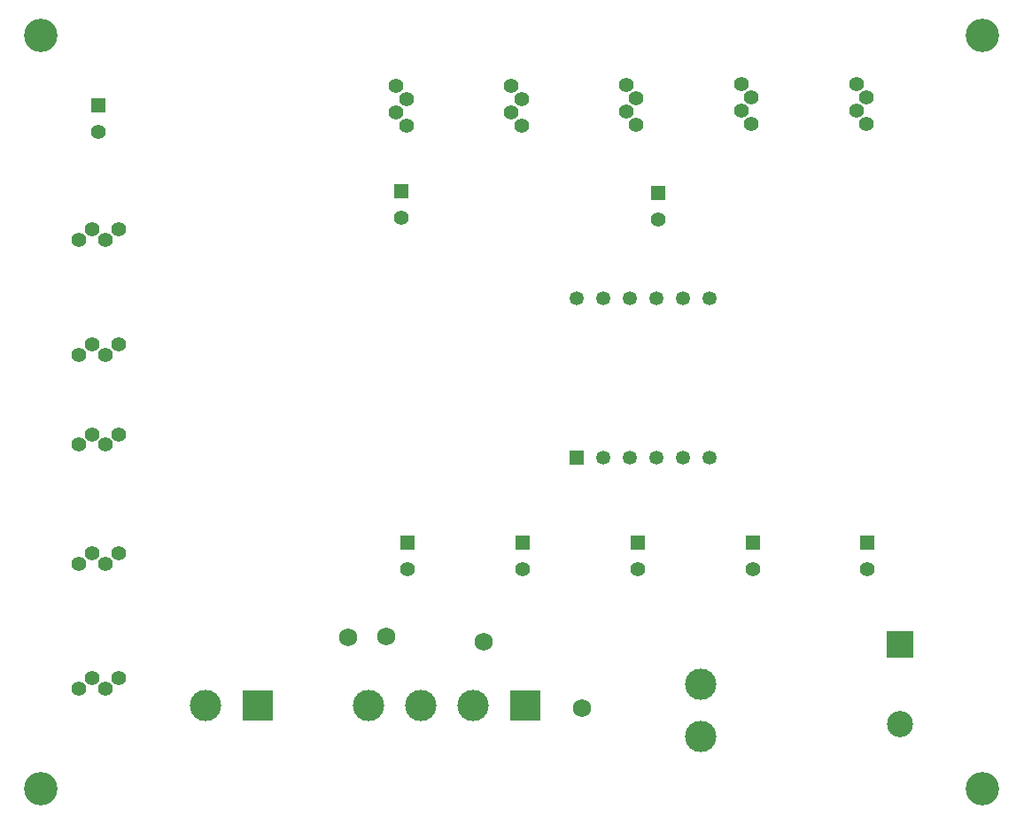
<source format=gbr>
%TF.GenerationSoftware,KiCad,Pcbnew,6.0.10-86aedd382b~118~ubuntu18.04.1*%
%TF.CreationDate,2024-06-09T23:27:39-03:00*%
%TF.ProjectId,salt_ihm,73616c74-5f69-4686-9d2e-6b696361645f,1.5*%
%TF.SameCoordinates,Original*%
%TF.FileFunction,Soldermask,Top*%
%TF.FilePolarity,Negative*%
%FSLAX46Y46*%
G04 Gerber Fmt 4.6, Leading zero omitted, Abs format (unit mm)*
G04 Created by KiCad (PCBNEW 6.0.10-86aedd382b~118~ubuntu18.04.1) date 2024-06-09 23:27:39*
%MOMM*%
%LPD*%
G01*
G04 APERTURE LIST*
%ADD10C,1.400000*%
%ADD11R,1.400000X1.400000*%
%ADD12C,3.000000*%
%ADD13C,3.200000*%
%ADD14R,1.350000X1.350000*%
%ADD15C,1.350000*%
%ADD16R,2.500000X2.500000*%
%ADD17C,2.500000*%
%ADD18C,1.734000*%
%ADD19R,3.000000X3.000000*%
G04 APERTURE END LIST*
D10*
%TO.C,LED5*%
X129405000Y-113500000D03*
X128135000Y-114500000D03*
X126865000Y-113500000D03*
X125595000Y-114500000D03*
%TD*%
%TO.C,LED11*%
X200900000Y-72391000D03*
X199900000Y-71121000D03*
X200900000Y-69851000D03*
X199900000Y-68581000D03*
%TD*%
D11*
%TO.C,LED12*%
X156400000Y-78900000D03*
D10*
X156400000Y-81440000D03*
%TD*%
D11*
%TO.C,LED18*%
X201000000Y-112500000D03*
D10*
X201000000Y-115040000D03*
%TD*%
D12*
%TO.C,S1*%
X185000000Y-126000000D03*
X185000000Y-131000000D03*
%TD*%
D11*
%TO.C,LED14*%
X157000000Y-112500000D03*
D10*
X157000000Y-115040000D03*
%TD*%
%TO.C,LED2*%
X129405000Y-82500000D03*
X128135000Y-83500000D03*
X126865000Y-82500000D03*
X125595000Y-83500000D03*
%TD*%
%TO.C,LED8*%
X167900000Y-72605000D03*
X166900000Y-71335000D03*
X167900000Y-70065000D03*
X166900000Y-68795000D03*
%TD*%
D11*
%TO.C,LED13*%
X181000000Y-79000000D03*
D10*
X181000000Y-81540000D03*
%TD*%
D11*
%TO.C,LED17*%
X190000000Y-112500000D03*
D10*
X190000000Y-115040000D03*
%TD*%
D11*
%TO.C,LED15*%
X168000000Y-112500000D03*
D10*
X168000000Y-115040000D03*
%TD*%
%TO.C,LED6*%
X129405000Y-125400000D03*
X128135000Y-126400000D03*
X126865000Y-125400000D03*
X125595000Y-126400000D03*
%TD*%
D11*
%TO.C,LED1*%
X127500000Y-70670000D03*
D10*
X127500000Y-73210000D03*
%TD*%
D13*
%TO.C,H4*%
X212000000Y-136000000D03*
%TD*%
D11*
%TO.C,LED16*%
X179000000Y-112500000D03*
D10*
X179000000Y-115040000D03*
%TD*%
D13*
%TO.C,H1*%
X122000000Y-64000000D03*
%TD*%
D14*
%TO.C,DS1*%
X173150000Y-104320000D03*
D15*
X175690000Y-104320000D03*
X178230000Y-104320000D03*
X180770000Y-104320000D03*
X183310000Y-104320000D03*
X185850000Y-104320000D03*
X185850000Y-89080000D03*
X183310000Y-89080000D03*
X180770000Y-89080000D03*
X178230000Y-89080000D03*
X175690000Y-89080000D03*
X173150000Y-89080000D03*
%TD*%
D10*
%TO.C,LED10*%
X189900000Y-72405000D03*
X188900000Y-71135000D03*
X189900000Y-69865000D03*
X188900000Y-68595000D03*
%TD*%
D13*
%TO.C,H2*%
X212000000Y-64000000D03*
%TD*%
D10*
%TO.C,LED9*%
X178900000Y-72505000D03*
X177900000Y-71235000D03*
X178900000Y-69965000D03*
X177900000Y-68695000D03*
%TD*%
%TO.C,LED7*%
X156900000Y-72605000D03*
X155900000Y-71335000D03*
X156900000Y-70065000D03*
X155900000Y-68795000D03*
%TD*%
%TO.C,LED3*%
X129405000Y-93500000D03*
X128135000Y-94500000D03*
X126865000Y-93500000D03*
X125595000Y-94500000D03*
%TD*%
D13*
%TO.C,H3*%
X122000000Y-136000000D03*
%TD*%
D10*
%TO.C,LED4*%
X129405000Y-102116000D03*
X128135000Y-103116000D03*
X126865000Y-102116000D03*
X125595000Y-103116000D03*
%TD*%
D16*
%TO.C,LS1*%
X204112000Y-122200000D03*
D17*
X204112000Y-129800000D03*
%TD*%
D18*
%TO.C,TP2*%
X164338000Y-121920000D03*
%TD*%
%TO.C,TP1*%
X173736000Y-128270000D03*
%TD*%
%TO.C,TP4*%
X151310000Y-121500000D03*
%TD*%
D19*
%TO.C,J1*%
X142708000Y-128076000D03*
D12*
X137708000Y-128076000D03*
%TD*%
D18*
%TO.C,TP3*%
X155010000Y-121440000D03*
%TD*%
D19*
%TO.C,J2*%
X168282000Y-128076000D03*
D12*
X163282000Y-128076000D03*
X158282000Y-128076000D03*
X153282000Y-128076000D03*
%TD*%
M02*

</source>
